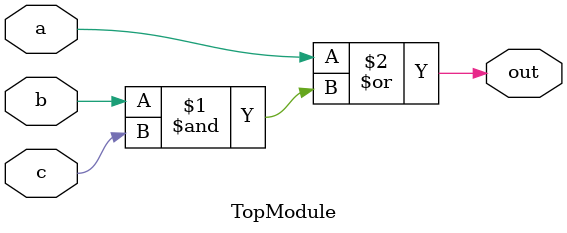
<source format=sv>
module TopModule (
    input wire a,
    input wire b,
    input wire c,
    output wire out
);
    assign out = a | (b & c);
endmodule
</source>
